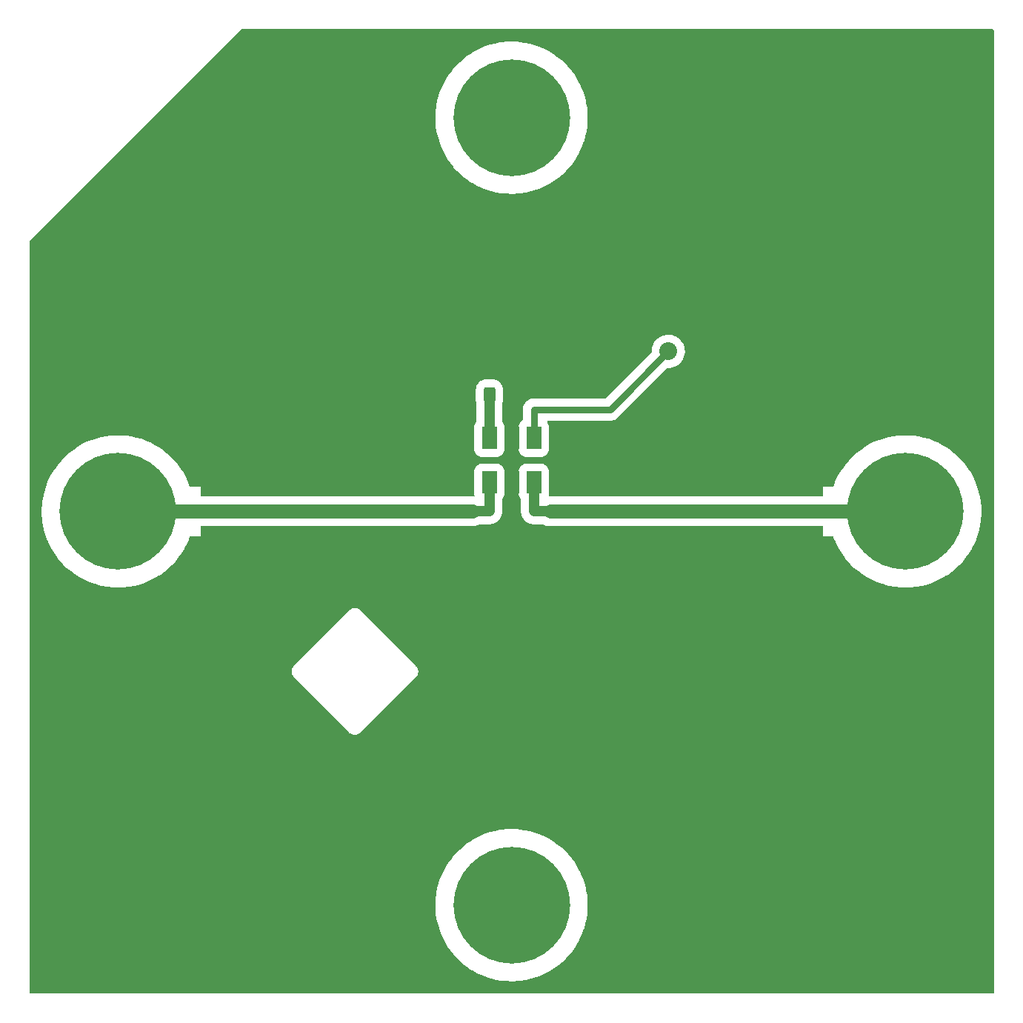
<source format=gbr>
G04 #@! TF.GenerationSoftware,KiCad,Pcbnew,6.0.4-6f826c9f35~116~ubuntu20.04.1*
G04 #@! TF.CreationDate,2022-04-28T21:29:12-04:00*
G04 #@! TF.ProjectId,LWA Active Test 2022,4c574120-4163-4746-9976-652054657374,1.1*
G04 #@! TF.SameCoordinates,Original*
G04 #@! TF.FileFunction,Copper,L1,Top*
G04 #@! TF.FilePolarity,Positive*
%FSLAX46Y46*%
G04 Gerber Fmt 4.6, Leading zero omitted, Abs format (unit mm)*
G04 Created by KiCad (PCBNEW 6.0.4-6f826c9f35~116~ubuntu20.04.1) date 2022-04-28 21:29:12*
%MOMM*%
%LPD*%
G01*
G04 APERTURE LIST*
G04 Aperture macros list*
%AMRoundRect*
0 Rectangle with rounded corners*
0 $1 Rounding radius*
0 $2 $3 $4 $5 $6 $7 $8 $9 X,Y pos of 4 corners*
0 Add a 4 corners polygon primitive as box body*
4,1,4,$2,$3,$4,$5,$6,$7,$8,$9,$2,$3,0*
0 Add four circle primitives for the rounded corners*
1,1,$1+$1,$2,$3*
1,1,$1+$1,$4,$5*
1,1,$1+$1,$6,$7*
1,1,$1+$1,$8,$9*
0 Add four rect primitives between the rounded corners*
20,1,$1+$1,$2,$3,$4,$5,0*
20,1,$1+$1,$4,$5,$6,$7,0*
20,1,$1+$1,$6,$7,$8,$9,0*
20,1,$1+$1,$8,$9,$2,$3,0*%
G04 Aperture macros list end*
G04 #@! TA.AperFunction,ComponentPad*
%ADD10C,13.335000*%
G04 #@! TD*
G04 #@! TA.AperFunction,SMDPad,CuDef*
%ADD11R,1.651000X2.540000*%
G04 #@! TD*
G04 #@! TA.AperFunction,SMDPad,CuDef*
%ADD12R,3.450001X3.450001*%
G04 #@! TD*
G04 #@! TA.AperFunction,ComponentPad*
%ADD13C,7.620000*%
G04 #@! TD*
G04 #@! TA.AperFunction,SMDPad,CuDef*
%ADD14RoundRect,0.250000X0.400000X0.625000X-0.400000X0.625000X-0.400000X-0.625000X0.400000X-0.625000X0*%
G04 #@! TD*
G04 #@! TA.AperFunction,ComponentPad*
%ADD15C,2.032000*%
G04 #@! TD*
G04 #@! TA.AperFunction,ViaPad*
%ADD16C,1.270000*%
G04 #@! TD*
G04 #@! TA.AperFunction,ViaPad*
%ADD17C,0.762000*%
G04 #@! TD*
G04 #@! TA.AperFunction,Conductor*
%ADD18C,1.600200*%
G04 #@! TD*
G04 #@! TA.AperFunction,Conductor*
%ADD19C,1.143000*%
G04 #@! TD*
G04 #@! TA.AperFunction,Conductor*
%ADD20C,0.762000*%
G04 #@! TD*
G04 APERTURE END LIST*
D10*
G04 #@! TO.P,FP1,1,Pin_1*
G04 #@! TO.N,Net-(FP1-Pad1)*
X37143588Y-99745800D03*
G04 #@! TD*
G04 #@! TO.P,FP2,1,Pin_1*
G04 #@! TO.N,Net-(H1-Pad6)*
X127143612Y-99745800D03*
G04 #@! TD*
G04 #@! TO.P,FP3,1,Pin_1*
G04 #@! TO.N,unconnected-(FP3-Pad1)*
X82143600Y-54745788D03*
G04 #@! TD*
G04 #@! TO.P,FP4,1,Pin_1*
G04 #@! TO.N,unconnected-(FP4-Pad1)*
X82143600Y-144745812D03*
G04 #@! TD*
D11*
G04 #@! TO.P,H1,1*
G04 #@! TO.N,Net-(H1-Pad1)*
X84683600Y-91363800D03*
G04 #@! TO.P,H1,2*
G04 #@! TO.N,GND*
X82143600Y-91363800D03*
G04 #@! TO.P,H1,3*
G04 #@! TO.N,Net-(H1-Pad3)*
X79603600Y-91363800D03*
G04 #@! TO.P,H1,4*
G04 #@! TO.N,Net-(FP1-Pad1)*
X79603600Y-96443800D03*
G04 #@! TO.P,H1,5*
G04 #@! TO.N,GND*
X82143600Y-96443800D03*
G04 #@! TO.P,H1,6*
G04 #@! TO.N,Net-(H1-Pad6)*
X84683600Y-96443800D03*
G04 #@! TD*
D12*
G04 #@! TO.P,TP2,1,1*
G04 #@! TO.N,GND*
X125069600Y-61264800D03*
G04 #@! TD*
D13*
G04 #@! TO.P,MH1,1*
G04 #@! TO.N,GND*
X107769228Y-125371428D03*
G04 #@! TD*
G04 #@! TO.P,MH2,1*
G04 #@! TO.N,GND*
X56517972Y-74120172D03*
G04 #@! TD*
D14*
G04 #@! TO.P,R3,1*
G04 #@! TO.N,GND*
X82703600Y-86410800D03*
G04 #@! TO.P,R3,2*
G04 #@! TO.N,Net-(H1-Pad3)*
X79603600Y-86410800D03*
G04 #@! TD*
D15*
G04 #@! TO.P,S3,1,In*
G04 #@! TO.N,Net-(H1-Pad1)*
X100050600Y-81457800D03*
G04 #@! TO.P,S3,2,Ext*
G04 #@! TO.N,GND*
X100050600Y-77865698D03*
X103642702Y-81457800D03*
X100050600Y-85049902D03*
X96458498Y-81457800D03*
G04 #@! TD*
D16*
G04 #@! TO.N,GND*
X82143600Y-99745800D03*
X91668600Y-134162800D03*
X110718600Y-102285800D03*
X73380600Y-129844800D03*
X82143600Y-88950800D03*
X72618600Y-120065800D03*
D17*
X114018448Y-103867626D03*
X114018447Y-105817626D03*
X114018447Y-105167626D03*
X114018447Y-104517626D03*
D16*
X82578600Y-84378800D03*
X87245620Y-127050800D03*
X84429600Y-124851840D03*
X90045600Y-125085760D03*
X98780600Y-121783754D03*
X98780600Y-125095000D03*
X89509600Y-131368800D03*
X74523600Y-81965800D03*
X130629770Y-78545650D03*
X46583600Y-64185800D03*
X123751230Y-120945950D03*
X103098600Y-89027000D03*
X43789600Y-70281800D03*
X103733600Y-97205800D03*
X68681600Y-106095800D03*
X95605600Y-106095800D03*
X99288600Y-67208400D03*
X70205600Y-102412800D03*
X64363600Y-93395800D03*
X87096600Y-93903800D03*
X48869600Y-66852800D03*
X100711000Y-74193400D03*
X49631600Y-84632800D03*
X51981100Y-47502810D03*
X109067600Y-81838800D03*
X44678600Y-138480800D03*
X53568600Y-97205800D03*
X60553600Y-102285800D03*
X116433600Y-130225800D03*
X53568600Y-102285800D03*
X61061600Y-107873800D03*
X40868600Y-58724800D03*
X113385600Y-74472800D03*
X115163600Y-66725800D03*
X112306100Y-47502820D03*
X98145600Y-104902000D03*
X52298600Y-107797600D03*
X60943450Y-141353430D03*
X64363600Y-89585800D03*
X40535970Y-120945950D03*
X29900610Y-129908300D03*
X99110800Y-89738200D03*
X110718600Y-97205800D03*
X36423600Y-140893800D03*
X84988400Y-83464400D03*
X88265000Y-77444600D03*
X123751230Y-78545650D03*
X87223600Y-103886000D03*
X102209600Y-58089800D03*
X77190600Y-93903800D03*
X60299600Y-80695800D03*
X78714600Y-132892800D03*
X66141600Y-104902000D03*
X49758600Y-116890800D03*
X85953600Y-113436400D03*
X87223600Y-107365800D03*
X29900620Y-69583300D03*
X93065600Y-78155800D03*
X53949600Y-89077800D03*
X134386590Y-69583300D03*
X97383600Y-92125800D03*
X53568600Y-124510800D03*
X77063600Y-103886000D03*
X52044600Y-153085800D03*
X111277400Y-110236000D03*
X74523600Y-87045800D03*
X117703600Y-64185800D03*
X103343750Y-141353430D03*
X93776800Y-93776800D03*
X89636600Y-135305800D03*
X101803200Y-69697600D03*
X98145600Y-94742000D03*
X82143600Y-66725800D03*
X62458600Y-53390800D03*
X61823600Y-132130800D03*
X102463600Y-133400800D03*
X103733600Y-102285800D03*
X117703600Y-135305800D03*
X77063600Y-107365800D03*
X62357000Y-66497200D03*
X118465600Y-81711800D03*
X78968600Y-113436400D03*
X40535970Y-78545650D03*
X94081600Y-97078800D03*
X116433600Y-69265800D03*
X134386580Y-129908300D03*
X111277400Y-89255600D03*
X66141600Y-94742000D03*
X60553600Y-97205800D03*
X115163600Y-132765800D03*
X61061600Y-91770200D03*
X74523600Y-78409800D03*
X124790200Y-142163800D03*
X46583600Y-135305800D03*
X94462600Y-129590800D03*
X112306100Y-151988790D03*
X113893600Y-119430800D03*
X100558600Y-112369600D03*
X124799820Y-57089580D03*
G04 #@! TD*
D18*
G04 #@! TO.N,Net-(H1-Pad6)*
X127143612Y-99745800D02*
X86588600Y-99745800D01*
G04 #@! TO.N,Net-(FP1-Pad1)*
X77698600Y-99745800D02*
X37143588Y-99745800D01*
D19*
G04 #@! TO.N,GND*
X82578600Y-86410800D02*
X82578600Y-84378800D01*
X82143600Y-91363800D02*
X82143600Y-88950800D01*
X82143600Y-99745800D02*
X82143600Y-96443800D01*
D20*
G04 #@! TO.N,Net-(H1-Pad1)*
X84683600Y-91363800D02*
X84683600Y-88108610D01*
X93399790Y-88108610D02*
X100050600Y-81457800D01*
X84683600Y-88108610D02*
X93399790Y-88108610D01*
D19*
G04 #@! TO.N,Net-(H1-Pad3)*
X79603600Y-91363800D02*
X79603600Y-86410800D01*
G04 #@! TO.N,Net-(FP1-Pad1)*
X79603600Y-99745800D02*
X77825600Y-99745800D01*
X79603600Y-96443800D02*
X79603600Y-99745800D01*
G04 #@! TO.N,Net-(H1-Pad6)*
X84683600Y-99745800D02*
X84683600Y-96443800D01*
X86461600Y-99745800D02*
X84683600Y-99745800D01*
G04 #@! TD*
G04 #@! TA.AperFunction,Conductor*
G04 #@! TO.N,GND*
G36*
X117703600Y-98056200D02*
G01*
X86523238Y-98056200D01*
X86511665Y-98057080D01*
X86442226Y-98042306D01*
X86391795Y-97992334D01*
X86376387Y-97923029D01*
X86380399Y-97898834D01*
X86390993Y-97859296D01*
X86390994Y-97859292D01*
X86392488Y-97853715D01*
X86398600Y-97776058D01*
X86398600Y-95111542D01*
X86392488Y-95033885D01*
X86344094Y-94853276D01*
X86259207Y-94686675D01*
X86141536Y-94541364D01*
X85996225Y-94423693D01*
X85829624Y-94338806D01*
X85823250Y-94337098D01*
X85654592Y-94291906D01*
X85654588Y-94291905D01*
X85649015Y-94290412D01*
X85637634Y-94289516D01*
X85573814Y-94284493D01*
X85573806Y-94284493D01*
X85571358Y-94284300D01*
X83795842Y-94284300D01*
X83793394Y-94284493D01*
X83793386Y-94284493D01*
X83729566Y-94289516D01*
X83718185Y-94290412D01*
X83712612Y-94291905D01*
X83712608Y-94291906D01*
X83543950Y-94337098D01*
X83537576Y-94338806D01*
X83370975Y-94423693D01*
X83225664Y-94541364D01*
X83107993Y-94686675D01*
X83023106Y-94853276D01*
X82974712Y-95033885D01*
X82968600Y-95111542D01*
X82968600Y-97776058D01*
X82974712Y-97853715D01*
X82976205Y-97859288D01*
X82976206Y-97859292D01*
X83005486Y-97968565D01*
X83023106Y-98034324D01*
X83107993Y-98200925D01*
X83112146Y-98206054D01*
X83112147Y-98206055D01*
X83194520Y-98307776D01*
X83221846Y-98373304D01*
X83222600Y-98387071D01*
X83222600Y-99729726D01*
X83222591Y-99731265D01*
X83221354Y-99832543D01*
X83221164Y-99848063D01*
X83230953Y-99912030D01*
X83231976Y-99920746D01*
X83237278Y-99985237D01*
X83238537Y-99990250D01*
X83238539Y-99990261D01*
X83248310Y-100029156D01*
X83250657Y-100040797D01*
X83255104Y-100069857D01*
X83257504Y-100085544D01*
X83277604Y-100147040D01*
X83280042Y-100155484D01*
X83295806Y-100218244D01*
X83297868Y-100222987D01*
X83297870Y-100222992D01*
X83313859Y-100259762D01*
X83318066Y-100270836D01*
X83332142Y-100313901D01*
X83362027Y-100371309D01*
X83365803Y-100379228D01*
X83391603Y-100438563D01*
X83394413Y-100442907D01*
X83394418Y-100442916D01*
X83416196Y-100476580D01*
X83422167Y-100486838D01*
X83435390Y-100512238D01*
X83443075Y-100527000D01*
X83446181Y-100531137D01*
X83446183Y-100531140D01*
X83481921Y-100578739D01*
X83486953Y-100585952D01*
X83522098Y-100640277D01*
X83525578Y-100644102D01*
X83525580Y-100644104D01*
X83552572Y-100673767D01*
X83560138Y-100682913D01*
X83587323Y-100719120D01*
X83591055Y-100722687D01*
X83591060Y-100722692D01*
X83634096Y-100763818D01*
X83640236Y-100770110D01*
X83683786Y-100817970D01*
X83687843Y-100821174D01*
X83719323Y-100846036D01*
X83728281Y-100853823D01*
X83744435Y-100869260D01*
X83761012Y-100885101D01*
X83765281Y-100888013D01*
X83814465Y-100921564D01*
X83821553Y-100926771D01*
X83847774Y-100947479D01*
X83872324Y-100966868D01*
X83901940Y-100983217D01*
X83911963Y-100988750D01*
X83922071Y-100994969D01*
X83959478Y-101020486D01*
X83964168Y-101022663D01*
X83964175Y-101022667D01*
X84018165Y-101047728D01*
X84026006Y-101051705D01*
X84082650Y-101082974D01*
X84125344Y-101098093D01*
X84136311Y-101102569D01*
X84177390Y-101121637D01*
X84182368Y-101123017D01*
X84182372Y-101123019D01*
X84239740Y-101138928D01*
X84248128Y-101141573D01*
X84304246Y-101161446D01*
X84304249Y-101161447D01*
X84309115Y-101163170D01*
X84349079Y-101170289D01*
X84353688Y-101171110D01*
X84365262Y-101173739D01*
X84408898Y-101185840D01*
X84414028Y-101186388D01*
X84414032Y-101186389D01*
X84455884Y-101190861D01*
X84473238Y-101192715D01*
X84481941Y-101193955D01*
X84501412Y-101197423D01*
X84540550Y-101204395D01*
X84540552Y-101204395D01*
X84545637Y-101205301D01*
X84590929Y-101205855D01*
X84598342Y-101206296D01*
X84598344Y-101206265D01*
X84601687Y-101206443D01*
X84605028Y-101206800D01*
X84667526Y-101206800D01*
X84669065Y-101206809D01*
X84780694Y-101208173D01*
X84780696Y-101208173D01*
X84785863Y-101208236D01*
X84790976Y-101207454D01*
X84795929Y-101207107D01*
X84804722Y-101206800D01*
X85705435Y-101206800D01*
X85764102Y-101221292D01*
X85911368Y-101298773D01*
X85911375Y-101298776D01*
X85915604Y-101301001D01*
X86158589Y-101384905D01*
X86275469Y-101406251D01*
X86407498Y-101430364D01*
X86407502Y-101430364D01*
X86411469Y-101431089D01*
X86493728Y-101435400D01*
X117703600Y-101435400D01*
X117703600Y-135305800D01*
X46583600Y-135305800D01*
X46583600Y-118080610D01*
X56993426Y-118080610D01*
X56994458Y-118087125D01*
X56999726Y-118120384D01*
X57001104Y-118133502D01*
X57003211Y-118173715D01*
X57004922Y-118180100D01*
X57013633Y-118212609D01*
X57016376Y-118225511D01*
X57022676Y-118265288D01*
X57037113Y-118302898D01*
X57041179Y-118315411D01*
X57051606Y-118354324D01*
X57066919Y-118384378D01*
X57069891Y-118390212D01*
X57075253Y-118402257D01*
X57089684Y-118439849D01*
X57093279Y-118445384D01*
X57093280Y-118445387D01*
X57111616Y-118473622D01*
X57118208Y-118485040D01*
X57133495Y-118515042D01*
X57136493Y-118520925D01*
X57156427Y-118545542D01*
X57161841Y-118552228D01*
X57169590Y-118562895D01*
X57187921Y-118591122D01*
X57187926Y-118591128D01*
X57191521Y-118596664D01*
X63673736Y-125078879D01*
X63679272Y-125082474D01*
X63679278Y-125082479D01*
X63707505Y-125100810D01*
X63718172Y-125108559D01*
X63749475Y-125133907D01*
X63785358Y-125152190D01*
X63796779Y-125158784D01*
X63830551Y-125180716D01*
X63864117Y-125193601D01*
X63868140Y-125195145D01*
X63880187Y-125200509D01*
X63910185Y-125215794D01*
X63910194Y-125215797D01*
X63916075Y-125218794D01*
X63922453Y-125220503D01*
X63922456Y-125220504D01*
X63954976Y-125229217D01*
X63967506Y-125233288D01*
X64005112Y-125247724D01*
X64011637Y-125248757D01*
X64011639Y-125248758D01*
X64028262Y-125251390D01*
X64044890Y-125254024D01*
X64057789Y-125256766D01*
X64090306Y-125265479D01*
X64090308Y-125265479D01*
X64096685Y-125267188D01*
X64103274Y-125267533D01*
X64103278Y-125267534D01*
X64133345Y-125269109D01*
X64136891Y-125269295D01*
X64150007Y-125270673D01*
X64183273Y-125275942D01*
X64183275Y-125275942D01*
X64189790Y-125276974D01*
X64196378Y-125276629D01*
X64196383Y-125276629D01*
X64230009Y-125274867D01*
X64243194Y-125274867D01*
X64276817Y-125276629D01*
X64276822Y-125276629D01*
X64283410Y-125276974D01*
X64323188Y-125270674D01*
X64336302Y-125269296D01*
X64353108Y-125268415D01*
X64369913Y-125267535D01*
X64369914Y-125267535D01*
X64376515Y-125267189D01*
X64415412Y-125256766D01*
X64428311Y-125254024D01*
X64461566Y-125248757D01*
X64468088Y-125247724D01*
X64505698Y-125233287D01*
X64518211Y-125229221D01*
X64557124Y-125218794D01*
X64593012Y-125200509D01*
X64605057Y-125195147D01*
X64636480Y-125183084D01*
X64642649Y-125180716D01*
X64648184Y-125177121D01*
X64648187Y-125177120D01*
X64676422Y-125158784D01*
X64687840Y-125152192D01*
X64717842Y-125136905D01*
X64717845Y-125136903D01*
X64723725Y-125133907D01*
X64755028Y-125108559D01*
X64765695Y-125100810D01*
X64793922Y-125082479D01*
X64793928Y-125082474D01*
X64799464Y-125078879D01*
X71281679Y-118596664D01*
X71285274Y-118591128D01*
X71285279Y-118591122D01*
X71303610Y-118562895D01*
X71311359Y-118552228D01*
X71332553Y-118526055D01*
X71332554Y-118526054D01*
X71336707Y-118520925D01*
X71354991Y-118485040D01*
X71361584Y-118473621D01*
X71379918Y-118445389D01*
X71383516Y-118439849D01*
X71397946Y-118402257D01*
X71403309Y-118390213D01*
X71418594Y-118360215D01*
X71418598Y-118360205D01*
X71421594Y-118354325D01*
X71432017Y-118315424D01*
X71436088Y-118302894D01*
X71450524Y-118265288D01*
X71456824Y-118225510D01*
X71459566Y-118212611D01*
X71468279Y-118180094D01*
X71468279Y-118180092D01*
X71469988Y-118173715D01*
X71472095Y-118133509D01*
X71473473Y-118120393D01*
X71478742Y-118087127D01*
X71478742Y-118087125D01*
X71479774Y-118080610D01*
X71479429Y-118074021D01*
X71479429Y-118074016D01*
X71477667Y-118040392D01*
X71477667Y-118027208D01*
X71479429Y-117993584D01*
X71479429Y-117993579D01*
X71479774Y-117986990D01*
X71473473Y-117947206D01*
X71472095Y-117934090D01*
X71470334Y-117900478D01*
X71470333Y-117900474D01*
X71469988Y-117893885D01*
X71468277Y-117887500D01*
X71459566Y-117854989D01*
X71456823Y-117842085D01*
X71451558Y-117808839D01*
X71451557Y-117808834D01*
X71450524Y-117802312D01*
X71436088Y-117764706D01*
X71432017Y-117752176D01*
X71423304Y-117719656D01*
X71423303Y-117719653D01*
X71421594Y-117713275D01*
X71418597Y-117707394D01*
X71418594Y-117707385D01*
X71403309Y-117677387D01*
X71397945Y-117665340D01*
X71385883Y-117633918D01*
X71383516Y-117627751D01*
X71361583Y-117593978D01*
X71354990Y-117582558D01*
X71339703Y-117552556D01*
X71336707Y-117546675D01*
X71311359Y-117515372D01*
X71303610Y-117504705D01*
X71285279Y-117476478D01*
X71285274Y-117476472D01*
X71281679Y-117470936D01*
X64799464Y-110988721D01*
X64793928Y-110985126D01*
X64793922Y-110985121D01*
X64765695Y-110966790D01*
X64755028Y-110959041D01*
X64748342Y-110953627D01*
X64723725Y-110933693D01*
X64717845Y-110930697D01*
X64717842Y-110930695D01*
X64687840Y-110915408D01*
X64676422Y-110908816D01*
X64648187Y-110890480D01*
X64648184Y-110890479D01*
X64642649Y-110886884D01*
X64605057Y-110872453D01*
X64593012Y-110867091D01*
X64587178Y-110864119D01*
X64557124Y-110848806D01*
X64518211Y-110838379D01*
X64505698Y-110834313D01*
X64468088Y-110819876D01*
X64461560Y-110818842D01*
X64428311Y-110813576D01*
X64415412Y-110810834D01*
X64376515Y-110800411D01*
X64369914Y-110800065D01*
X64369913Y-110800065D01*
X64353108Y-110799184D01*
X64336302Y-110798304D01*
X64323188Y-110796926D01*
X64283410Y-110790626D01*
X64276822Y-110790971D01*
X64276817Y-110790971D01*
X64243194Y-110792733D01*
X64230009Y-110792733D01*
X64196383Y-110790971D01*
X64196378Y-110790971D01*
X64189790Y-110790626D01*
X64183275Y-110791658D01*
X64183273Y-110791658D01*
X64150007Y-110796927D01*
X64136891Y-110798305D01*
X64133345Y-110798491D01*
X64103278Y-110800066D01*
X64103274Y-110800067D01*
X64096685Y-110800412D01*
X64090308Y-110802121D01*
X64090306Y-110802121D01*
X64057789Y-110810834D01*
X64044890Y-110813576D01*
X64028262Y-110816209D01*
X64011639Y-110818842D01*
X64011637Y-110818843D01*
X64005112Y-110819876D01*
X63967506Y-110834312D01*
X63954976Y-110838383D01*
X63922456Y-110847096D01*
X63922453Y-110847097D01*
X63916075Y-110848806D01*
X63910194Y-110851803D01*
X63910185Y-110851806D01*
X63880187Y-110867091D01*
X63868139Y-110872455D01*
X63830551Y-110886884D01*
X63825011Y-110890482D01*
X63796779Y-110908816D01*
X63785358Y-110915410D01*
X63749475Y-110933693D01*
X63744346Y-110937846D01*
X63744345Y-110937847D01*
X63718172Y-110959041D01*
X63707505Y-110966790D01*
X63679278Y-110985121D01*
X63679272Y-110985126D01*
X63673736Y-110988721D01*
X57191521Y-117470936D01*
X57187926Y-117476472D01*
X57187921Y-117476478D01*
X57169590Y-117504705D01*
X57161841Y-117515372D01*
X57136493Y-117546675D01*
X57133497Y-117552555D01*
X57133495Y-117552558D01*
X57118208Y-117582560D01*
X57111616Y-117593978D01*
X57093282Y-117622211D01*
X57089684Y-117627751D01*
X57087317Y-117633918D01*
X57087316Y-117633920D01*
X57075253Y-117665343D01*
X57069891Y-117677388D01*
X57051606Y-117713276D01*
X57041179Y-117752189D01*
X57037113Y-117764702D01*
X57022676Y-117802312D01*
X57021643Y-117808834D01*
X57016376Y-117842089D01*
X57013634Y-117854988D01*
X57003211Y-117893885D01*
X57002866Y-117900478D01*
X57002865Y-117900487D01*
X57001104Y-117934097D01*
X56999727Y-117947207D01*
X56993426Y-117986990D01*
X56993771Y-117993579D01*
X56993771Y-117993584D01*
X56995533Y-118027208D01*
X56995533Y-118040392D01*
X56993771Y-118074016D01*
X56993771Y-118074021D01*
X56993426Y-118080610D01*
X46583600Y-118080610D01*
X46583600Y-101435400D01*
X77763962Y-101435400D01*
X77766341Y-101435219D01*
X77766342Y-101435219D01*
X77950155Y-101421237D01*
X77950160Y-101421236D01*
X77954922Y-101420874D01*
X77959575Y-101419795D01*
X77959578Y-101419795D01*
X78200682Y-101363910D01*
X78200681Y-101363910D01*
X78205346Y-101362829D01*
X78444109Y-101267572D01*
X78517922Y-101224179D01*
X78581778Y-101206800D01*
X79587526Y-101206800D01*
X79589065Y-101206809D01*
X79700693Y-101208173D01*
X79700695Y-101208173D01*
X79705863Y-101208236D01*
X79710972Y-101207454D01*
X79710975Y-101207454D01*
X79731324Y-101204340D01*
X79769830Y-101198447D01*
X79778546Y-101197424D01*
X79843037Y-101192122D01*
X79848050Y-101190863D01*
X79848061Y-101190861D01*
X79883583Y-101181937D01*
X79886958Y-101181090D01*
X79898592Y-101178744D01*
X79916139Y-101176059D01*
X79938229Y-101172679D01*
X79938232Y-101172678D01*
X79943344Y-101171896D01*
X80004845Y-101151795D01*
X80013284Y-101149358D01*
X80076044Y-101133594D01*
X80080787Y-101131532D01*
X80080792Y-101131530D01*
X80108552Y-101119459D01*
X80117568Y-101115539D01*
X80128636Y-101111334D01*
X80171701Y-101097258D01*
X80229109Y-101067373D01*
X80237028Y-101063597D01*
X80251264Y-101057407D01*
X80296363Y-101037797D01*
X80300707Y-101034987D01*
X80300716Y-101034982D01*
X80334380Y-101013204D01*
X80344638Y-101007233D01*
X80380211Y-100988714D01*
X80384800Y-100986325D01*
X80399885Y-100974999D01*
X80436539Y-100947479D01*
X80443752Y-100942447D01*
X80493731Y-100910114D01*
X80493734Y-100910111D01*
X80498077Y-100907302D01*
X80531568Y-100876827D01*
X80540715Y-100869260D01*
X80572786Y-100845181D01*
X80572787Y-100845180D01*
X80576920Y-100842077D01*
X80580487Y-100838345D01*
X80580492Y-100838340D01*
X80621618Y-100795304D01*
X80627911Y-100789163D01*
X80633129Y-100784415D01*
X80675770Y-100745614D01*
X80696694Y-100719120D01*
X80703836Y-100710077D01*
X80711623Y-100701119D01*
X80739329Y-100672126D01*
X80739330Y-100672125D01*
X80742901Y-100668388D01*
X80763108Y-100638765D01*
X80779364Y-100614935D01*
X80784571Y-100607847D01*
X80821465Y-100561132D01*
X80821466Y-100561130D01*
X80824668Y-100557076D01*
X80846550Y-100517437D01*
X80852769Y-100507329D01*
X80875368Y-100474199D01*
X80878286Y-100469922D01*
X80880463Y-100465232D01*
X80880467Y-100465225D01*
X80905528Y-100411235D01*
X80909506Y-100403393D01*
X80940774Y-100346750D01*
X80955893Y-100304056D01*
X80960370Y-100293087D01*
X80979437Y-100252010D01*
X80987485Y-100222992D01*
X80996728Y-100189660D01*
X80999373Y-100181272D01*
X81019246Y-100125154D01*
X81019247Y-100125151D01*
X81020970Y-100120285D01*
X81028910Y-100075712D01*
X81031539Y-100064138D01*
X81042260Y-100025477D01*
X81043640Y-100020502D01*
X81047409Y-99985237D01*
X81050515Y-99956165D01*
X81051755Y-99947456D01*
X81062195Y-99888850D01*
X81062195Y-99888848D01*
X81063101Y-99883763D01*
X81063655Y-99838471D01*
X81064096Y-99831058D01*
X81064065Y-99831056D01*
X81064243Y-99827713D01*
X81064600Y-99824372D01*
X81064600Y-99761874D01*
X81064609Y-99760335D01*
X81065973Y-99648706D01*
X81065973Y-99648704D01*
X81066036Y-99643537D01*
X81065254Y-99638424D01*
X81064907Y-99633471D01*
X81064600Y-99624678D01*
X81064600Y-98387071D01*
X81084602Y-98318950D01*
X81092680Y-98307776D01*
X81175053Y-98206055D01*
X81175054Y-98206054D01*
X81179207Y-98200925D01*
X81264094Y-98034324D01*
X81281714Y-97968565D01*
X81310994Y-97859292D01*
X81310995Y-97859288D01*
X81312488Y-97853715D01*
X81318600Y-97776058D01*
X81318600Y-95111542D01*
X81312488Y-95033885D01*
X81264094Y-94853276D01*
X81179207Y-94686675D01*
X81061536Y-94541364D01*
X80916225Y-94423693D01*
X80749624Y-94338806D01*
X80743250Y-94337098D01*
X80574592Y-94291906D01*
X80574588Y-94291905D01*
X80569015Y-94290412D01*
X80557634Y-94289516D01*
X80493814Y-94284493D01*
X80493806Y-94284493D01*
X80491358Y-94284300D01*
X78715842Y-94284300D01*
X78713394Y-94284493D01*
X78713386Y-94284493D01*
X78649566Y-94289516D01*
X78638185Y-94290412D01*
X78632612Y-94291905D01*
X78632608Y-94291906D01*
X78463950Y-94337098D01*
X78457576Y-94338806D01*
X78290975Y-94423693D01*
X78145664Y-94541364D01*
X78027993Y-94686675D01*
X77943106Y-94853276D01*
X77894712Y-95033885D01*
X77888600Y-95111542D01*
X77888600Y-97776058D01*
X77894712Y-97853715D01*
X77896205Y-97859288D01*
X77896206Y-97859292D01*
X77906468Y-97897589D01*
X77904778Y-97968565D01*
X77864984Y-98027361D01*
X77799720Y-98055309D01*
X77784761Y-98056200D01*
X46583600Y-98056200D01*
X46583600Y-92696058D01*
X77888600Y-92696058D01*
X77894712Y-92773715D01*
X77943106Y-92954324D01*
X78027993Y-93120925D01*
X78145664Y-93266236D01*
X78290975Y-93383907D01*
X78457576Y-93468794D01*
X78463949Y-93470502D01*
X78463950Y-93470502D01*
X78632608Y-93515694D01*
X78632612Y-93515695D01*
X78638185Y-93517188D01*
X78643941Y-93517641D01*
X78713386Y-93523107D01*
X78713394Y-93523107D01*
X78715842Y-93523300D01*
X80491358Y-93523300D01*
X80493806Y-93523107D01*
X80493814Y-93523107D01*
X80563259Y-93517641D01*
X80569015Y-93517188D01*
X80574588Y-93515695D01*
X80574592Y-93515694D01*
X80743250Y-93470502D01*
X80743251Y-93470502D01*
X80749624Y-93468794D01*
X80916225Y-93383907D01*
X81061536Y-93266236D01*
X81179207Y-93120925D01*
X81264094Y-92954324D01*
X81312488Y-92773715D01*
X81318600Y-92696058D01*
X82968600Y-92696058D01*
X82974712Y-92773715D01*
X83023106Y-92954324D01*
X83107993Y-93120925D01*
X83225664Y-93266236D01*
X83370975Y-93383907D01*
X83537576Y-93468794D01*
X83543949Y-93470502D01*
X83543950Y-93470502D01*
X83712608Y-93515694D01*
X83712612Y-93515695D01*
X83718185Y-93517188D01*
X83723941Y-93517641D01*
X83793386Y-93523107D01*
X83793394Y-93523107D01*
X83795842Y-93523300D01*
X85571358Y-93523300D01*
X85573806Y-93523107D01*
X85573814Y-93523107D01*
X85643259Y-93517641D01*
X85649015Y-93517188D01*
X85654588Y-93515695D01*
X85654592Y-93515694D01*
X85823250Y-93470502D01*
X85823251Y-93470502D01*
X85829624Y-93468794D01*
X85996225Y-93383907D01*
X86141536Y-93266236D01*
X86259207Y-93120925D01*
X86344094Y-92954324D01*
X86392488Y-92773715D01*
X86398600Y-92696058D01*
X86398600Y-90031542D01*
X86392488Y-89953885D01*
X86344094Y-89773276D01*
X86259207Y-89606675D01*
X86241173Y-89584405D01*
X86213847Y-89518877D01*
X86226287Y-89448979D01*
X86274541Y-89396902D01*
X86339093Y-89379110D01*
X93307609Y-89379110D01*
X93324056Y-89380188D01*
X93340802Y-89382393D01*
X93340806Y-89382393D01*
X93346372Y-89383126D01*
X93428558Y-89379250D01*
X93434493Y-89379110D01*
X93457325Y-89379110D01*
X93460111Y-89378861D01*
X93460119Y-89378861D01*
X93483603Y-89376765D01*
X93488867Y-89376406D01*
X93546898Y-89373669D01*
X93572913Y-89372442D01*
X93578372Y-89371192D01*
X93578377Y-89371191D01*
X93590645Y-89368381D01*
X93607576Y-89365700D01*
X93612153Y-89365292D01*
X93625685Y-89364084D01*
X93706842Y-89341882D01*
X93711961Y-89340596D01*
X93735345Y-89335240D01*
X93793983Y-89321811D01*
X93799140Y-89319611D01*
X93799147Y-89319609D01*
X93810707Y-89314678D01*
X93826894Y-89309041D01*
X93839021Y-89305723D01*
X93839024Y-89305722D01*
X93844441Y-89304240D01*
X93849504Y-89301825D01*
X93849515Y-89301821D01*
X93920406Y-89268007D01*
X93925208Y-89265838D01*
X94002592Y-89232831D01*
X94017788Y-89222849D01*
X94032716Y-89214437D01*
X94049141Y-89206603D01*
X94053699Y-89203328D01*
X94117479Y-89157497D01*
X94121828Y-89154508D01*
X94188292Y-89110850D01*
X94188293Y-89110849D01*
X94192148Y-89108317D01*
X94213176Y-89089580D01*
X94223476Y-89081329D01*
X94228761Y-89077532D01*
X94228762Y-89077531D01*
X94233316Y-89074259D01*
X94308392Y-88996787D01*
X94309781Y-88995377D01*
X99902913Y-83402246D01*
X99965225Y-83368220D01*
X99989040Y-83365376D01*
X100230381Y-83359689D01*
X100312891Y-83345955D01*
X100492176Y-83316114D01*
X100492180Y-83316113D01*
X100496566Y-83315383D01*
X100500807Y-83314042D01*
X100500810Y-83314041D01*
X100749607Y-83235357D01*
X100749609Y-83235356D01*
X100753853Y-83234014D01*
X100757864Y-83232088D01*
X100757869Y-83232086D01*
X100993089Y-83119135D01*
X100993090Y-83119134D01*
X100997108Y-83117205D01*
X101109925Y-83041823D01*
X101217769Y-82969764D01*
X101217773Y-82969761D01*
X101221477Y-82967286D01*
X101224794Y-82964315D01*
X101224798Y-82964312D01*
X101419167Y-82790221D01*
X101419168Y-82790220D01*
X101422485Y-82787249D01*
X101596119Y-82580686D01*
X101738917Y-82351718D01*
X101848028Y-82104914D01*
X101921275Y-81845198D01*
X101957197Y-81577753D01*
X101960967Y-81457800D01*
X101941909Y-81188627D01*
X101929148Y-81129352D01*
X101886050Y-80929177D01*
X101885113Y-80924825D01*
X101791715Y-80671657D01*
X101663576Y-80434174D01*
X101503254Y-80217116D01*
X101455915Y-80169027D01*
X101317079Y-80027994D01*
X101313948Y-80024813D01*
X101310408Y-80022112D01*
X101310402Y-80022106D01*
X101102975Y-79863803D01*
X101099435Y-79861101D01*
X100863995Y-79729248D01*
X100612325Y-79631885D01*
X100608000Y-79630882D01*
X100607995Y-79630881D01*
X100463485Y-79597386D01*
X100349447Y-79570953D01*
X100080607Y-79547669D01*
X100076172Y-79547913D01*
X100076168Y-79547913D01*
X99815611Y-79562252D01*
X99815604Y-79562253D01*
X99811168Y-79562497D01*
X99546506Y-79615141D01*
X99542296Y-79616619D01*
X99542294Y-79616620D01*
X99393785Y-79668773D01*
X99291902Y-79704552D01*
X99287951Y-79706605D01*
X99287945Y-79706607D01*
X99056386Y-79826892D01*
X99052436Y-79828944D01*
X99048821Y-79831527D01*
X99048815Y-79831531D01*
X98910177Y-79930604D01*
X98832886Y-79985837D01*
X98637633Y-80172099D01*
X98470573Y-80384014D01*
X98335038Y-80617355D01*
X98333370Y-80621472D01*
X98333367Y-80621479D01*
X98314630Y-80667739D01*
X98233733Y-80867464D01*
X98168680Y-81129352D01*
X98141176Y-81397794D01*
X98141351Y-81402246D01*
X98145540Y-81508868D01*
X98128228Y-81577722D01*
X98108732Y-81602910D01*
X92910436Y-86801205D01*
X92848124Y-86835231D01*
X92821341Y-86838110D01*
X84725304Y-86838110D01*
X84718050Y-86837901D01*
X84649137Y-86833927D01*
X84649134Y-86833927D01*
X84643531Y-86833604D01*
X84637953Y-86834279D01*
X84552729Y-86844592D01*
X84548794Y-86845006D01*
X84510271Y-86848444D01*
X84457705Y-86853136D01*
X84452298Y-86854615D01*
X84452293Y-86854616D01*
X84447244Y-86855997D01*
X84429139Y-86859549D01*
X84418381Y-86860851D01*
X84330930Y-86887754D01*
X84327239Y-86888827D01*
X84238949Y-86912980D01*
X84233884Y-86915396D01*
X84233878Y-86915398D01*
X84229161Y-86917648D01*
X84211977Y-86924348D01*
X84201613Y-86927537D01*
X84196628Y-86930110D01*
X84196618Y-86930114D01*
X84120334Y-86969487D01*
X84116790Y-86971246D01*
X84040352Y-87007706D01*
X84034249Y-87010617D01*
X84029700Y-87013886D01*
X84025441Y-87016946D01*
X84009707Y-87026587D01*
X84005076Y-87028977D01*
X84005070Y-87028981D01*
X84000081Y-87031556D01*
X83927512Y-87087240D01*
X83924364Y-87089577D01*
X83854633Y-87139684D01*
X83854626Y-87139690D01*
X83850074Y-87142961D01*
X83842533Y-87150743D01*
X83828756Y-87163018D01*
X83820153Y-87169619D01*
X83791600Y-87200999D01*
X83758604Y-87237261D01*
X83755893Y-87240147D01*
X83696152Y-87301794D01*
X83696145Y-87301802D01*
X83692245Y-87305827D01*
X83689118Y-87310481D01*
X83689116Y-87310483D01*
X83686197Y-87314827D01*
X83674812Y-87329347D01*
X83667519Y-87337362D01*
X83664538Y-87342114D01*
X83664532Y-87342122D01*
X83618917Y-87414839D01*
X83616792Y-87418112D01*
X83565753Y-87494068D01*
X83563500Y-87499201D01*
X83563496Y-87499208D01*
X83561396Y-87503993D01*
X83552760Y-87520303D01*
X83547001Y-87529484D01*
X83544907Y-87534694D01*
X83544903Y-87534701D01*
X83512885Y-87614348D01*
X83511351Y-87617998D01*
X83476847Y-87696598D01*
X83476845Y-87696604D01*
X83474593Y-87701734D01*
X83473284Y-87707188D01*
X83473283Y-87707190D01*
X83472060Y-87712283D01*
X83466450Y-87729861D01*
X83462410Y-87739911D01*
X83461273Y-87745403D01*
X83443864Y-87829462D01*
X83443001Y-87833323D01*
X83421650Y-87922261D01*
X83421026Y-87933089D01*
X83418617Y-87951378D01*
X83416419Y-87961992D01*
X83413100Y-88019554D01*
X83413100Y-88066906D01*
X83412891Y-88074160D01*
X83408594Y-88148679D01*
X83409269Y-88154256D01*
X83412187Y-88178369D01*
X83413100Y-88193507D01*
X83413100Y-89249482D01*
X83393098Y-89317603D01*
X83366394Y-89347402D01*
X83230794Y-89457209D01*
X83230790Y-89457213D01*
X83225664Y-89461364D01*
X83107993Y-89606675D01*
X83023106Y-89773276D01*
X82974712Y-89953885D01*
X82968600Y-90031542D01*
X82968600Y-92696058D01*
X81318600Y-92696058D01*
X81318600Y-90031542D01*
X81312488Y-89953885D01*
X81264094Y-89773276D01*
X81179207Y-89606675D01*
X81092680Y-89499823D01*
X81065354Y-89434296D01*
X81064600Y-89420529D01*
X81064600Y-87481140D01*
X81075448Y-87429994D01*
X81087570Y-87402704D01*
X81106750Y-87322505D01*
X81135087Y-87204020D01*
X81135088Y-87204016D01*
X81136282Y-87199022D01*
X81140301Y-87142961D01*
X81142939Y-87106157D01*
X81142939Y-87106149D01*
X81143100Y-87103907D01*
X81143099Y-85717694D01*
X81135996Y-85620601D01*
X81086928Y-85417005D01*
X81001580Y-85225760D01*
X80998305Y-85221004D01*
X80998303Y-85221000D01*
X80938655Y-85134373D01*
X80882810Y-85053270D01*
X80734594Y-84905313D01*
X80561898Y-84786844D01*
X80370504Y-84701830D01*
X80332035Y-84692630D01*
X80171820Y-84654313D01*
X80171816Y-84654312D01*
X80166822Y-84653118D01*
X80130907Y-84650544D01*
X80073957Y-84646461D01*
X80073949Y-84646461D01*
X80071707Y-84646300D01*
X79607803Y-84646300D01*
X79135494Y-84646301D01*
X79133201Y-84646469D01*
X79133194Y-84646469D01*
X79092831Y-84649422D01*
X79038401Y-84653404D01*
X78834805Y-84702472D01*
X78643560Y-84787820D01*
X78638804Y-84791095D01*
X78638800Y-84791097D01*
X78552173Y-84850745D01*
X78471070Y-84906590D01*
X78323113Y-85054806D01*
X78204644Y-85227502D01*
X78119630Y-85418896D01*
X78070918Y-85622578D01*
X78064100Y-85717693D01*
X78064101Y-87103906D01*
X78071204Y-87200999D01*
X78120272Y-87404595D01*
X78131663Y-87430119D01*
X78142600Y-87481466D01*
X78142600Y-89420529D01*
X78122598Y-89488650D01*
X78114522Y-89499821D01*
X78027993Y-89606675D01*
X77943106Y-89773276D01*
X77894712Y-89953885D01*
X77888600Y-90031542D01*
X77888600Y-92696058D01*
X46583600Y-92696058D01*
X46583600Y-64185800D01*
X117703600Y-64185800D01*
X117703600Y-98056200D01*
G37*
G04 #@! TD.AperFunction*
G04 #@! TD*
G04 #@! TA.AperFunction,Conductor*
G04 #@! TO.N,GND*
G36*
X137203221Y-44648302D02*
G01*
X137249714Y-44701958D01*
X137261100Y-44754300D01*
X137261100Y-154737300D01*
X137241098Y-154805421D01*
X137187442Y-154851914D01*
X137135100Y-154863300D01*
X27152100Y-154863300D01*
X27083979Y-154843298D01*
X27037486Y-154789642D01*
X27026100Y-154737300D01*
X27026100Y-144533133D01*
X73441337Y-144533133D01*
X73446375Y-145110334D01*
X73489654Y-145685931D01*
X73570985Y-146257395D01*
X73690011Y-146822213D01*
X73846208Y-147377900D01*
X74038889Y-147922014D01*
X74039715Y-147923933D01*
X74039717Y-147923937D01*
X74063223Y-147978517D01*
X74267206Y-148452162D01*
X74530157Y-148966012D01*
X74826585Y-149461307D01*
X75155185Y-149935867D01*
X75286088Y-150100434D01*
X75513216Y-150385974D01*
X75513229Y-150385989D01*
X75514515Y-150387606D01*
X75902993Y-150814537D01*
X76318911Y-151214784D01*
X76760441Y-151586587D01*
X77225641Y-151928310D01*
X77469053Y-152083381D01*
X77710700Y-152237328D01*
X77710709Y-152237334D01*
X77712465Y-152238452D01*
X77714288Y-152239450D01*
X77714293Y-152239453D01*
X78216940Y-152514643D01*
X78218774Y-152515647D01*
X78220674Y-152516529D01*
X78220680Y-152516532D01*
X78717245Y-152747030D01*
X78742340Y-152758679D01*
X79280862Y-152966477D01*
X79282847Y-152967095D01*
X79282852Y-152967097D01*
X79515260Y-153039484D01*
X79831971Y-153138128D01*
X79898341Y-153154062D01*
X80391231Y-153272395D01*
X80391246Y-153272398D01*
X80393245Y-153272878D01*
X80395276Y-153273225D01*
X80395285Y-153273227D01*
X80960171Y-153369785D01*
X80960182Y-153369787D01*
X80962215Y-153370134D01*
X81123324Y-153386783D01*
X81534307Y-153429254D01*
X81534314Y-153429254D01*
X81536380Y-153429468D01*
X81538470Y-153429545D01*
X81538475Y-153429545D01*
X81695520Y-153435304D01*
X82113214Y-153450620D01*
X82449421Y-153440642D01*
X82688104Y-153433558D01*
X82688113Y-153433557D01*
X82690183Y-153433496D01*
X82804056Y-153422531D01*
X83262665Y-153378373D01*
X83262678Y-153378371D01*
X83264748Y-153378172D01*
X83549566Y-153331531D01*
X83832321Y-153285228D01*
X83832331Y-153285226D01*
X83834383Y-153284890D01*
X83836414Y-153284417D01*
X83836421Y-153284416D01*
X84012097Y-153243535D01*
X84396584Y-153154062D01*
X84948878Y-152986262D01*
X84950823Y-152985527D01*
X84950832Y-152985524D01*
X85189260Y-152895429D01*
X85488837Y-152782229D01*
X86014087Y-152542858D01*
X86522319Y-152269204D01*
X86761200Y-152119354D01*
X87009516Y-151963586D01*
X87009525Y-151963580D01*
X87011296Y-151962469D01*
X87126526Y-151879057D01*
X87477171Y-151625233D01*
X87477179Y-151625227D01*
X87478871Y-151624002D01*
X87564048Y-151553286D01*
X87921378Y-151256625D01*
X87921393Y-151256612D01*
X87922985Y-151255290D01*
X87924487Y-151253865D01*
X87924499Y-151253854D01*
X88340181Y-150859387D01*
X88341688Y-150857957D01*
X88733137Y-150433748D01*
X89095611Y-149984528D01*
X89427517Y-149512274D01*
X89727395Y-149019061D01*
X89755981Y-148964149D01*
X89992958Y-148508919D01*
X89993927Y-148507058D01*
X89994759Y-148505162D01*
X89994766Y-148505148D01*
X90225104Y-147980421D01*
X90225940Y-147978517D01*
X90247107Y-147920046D01*
X90421704Y-147437727D01*
X90421707Y-147437718D01*
X90422415Y-147435762D01*
X90439693Y-147375903D01*
X90581906Y-146883192D01*
X90581906Y-146883191D01*
X90582487Y-146881179D01*
X90705453Y-146317206D01*
X90790772Y-145746324D01*
X90838069Y-145171042D01*
X90848461Y-144745812D01*
X90829323Y-144168907D01*
X90829115Y-144166820D01*
X90772200Y-143596609D01*
X90772198Y-143596598D01*
X90771993Y-143594539D01*
X90771650Y-143592488D01*
X90677067Y-143027279D01*
X90677064Y-143027266D01*
X90676724Y-143025232D01*
X90628044Y-142819299D01*
X90544413Y-142465518D01*
X90544412Y-142465516D01*
X90543934Y-142463492D01*
X90374208Y-141911786D01*
X90168291Y-141372543D01*
X89927088Y-140848131D01*
X89824468Y-140659127D01*
X89652662Y-140342700D01*
X89651662Y-140340858D01*
X89343221Y-139852954D01*
X89003124Y-139386564D01*
X88632865Y-138943739D01*
X88484506Y-138788490D01*
X88235516Y-138527938D01*
X88235515Y-138527937D01*
X88234072Y-138526427D01*
X87808499Y-138136461D01*
X87358017Y-137775557D01*
X86884607Y-137445301D01*
X86882840Y-137444235D01*
X86882826Y-137444226D01*
X86392139Y-137148225D01*
X86392126Y-137148218D01*
X86390351Y-137147147D01*
X85877421Y-136882404D01*
X85348073Y-136652237D01*
X85346104Y-136651532D01*
X85346099Y-136651530D01*
X84806624Y-136458370D01*
X84806620Y-136458369D01*
X84804635Y-136457658D01*
X84249496Y-136299523D01*
X83685098Y-136178526D01*
X83683034Y-136178225D01*
X83683029Y-136178224D01*
X83116002Y-136095503D01*
X83115989Y-136095502D01*
X83113922Y-136095200D01*
X82844091Y-136073964D01*
X82540540Y-136050074D01*
X82540534Y-136050074D01*
X82538479Y-136049912D01*
X82242846Y-136046300D01*
X81963365Y-136042885D01*
X81963358Y-136042885D01*
X81961299Y-136042860D01*
X81384921Y-136074076D01*
X81382861Y-136074325D01*
X81382853Y-136074326D01*
X81211715Y-136095036D01*
X80811880Y-136143421D01*
X80809825Y-136143809D01*
X80809827Y-136143809D01*
X80246761Y-136250201D01*
X80246754Y-136250203D01*
X80244693Y-136250592D01*
X79685857Y-136395117D01*
X79683892Y-136395767D01*
X79139812Y-136575704D01*
X79139798Y-136575709D01*
X79137827Y-136576361D01*
X79135889Y-136577148D01*
X78604958Y-136792736D01*
X78604942Y-136792743D01*
X78603014Y-136793526D01*
X78601123Y-136794444D01*
X78601119Y-136794446D01*
X78419977Y-136882404D01*
X78083769Y-137045658D01*
X77582376Y-137331647D01*
X77580662Y-137332781D01*
X77580653Y-137332787D01*
X77412288Y-137444226D01*
X77101038Y-137650238D01*
X76641873Y-138000028D01*
X76206899Y-138379480D01*
X75798029Y-138786925D01*
X75796656Y-138788488D01*
X75796654Y-138788490D01*
X75658870Y-138945327D01*
X75417062Y-139220571D01*
X75415776Y-139222247D01*
X75290906Y-139384981D01*
X75065671Y-139678512D01*
X74745402Y-140158735D01*
X74744355Y-140160556D01*
X74458706Y-140657314D01*
X74458700Y-140657326D01*
X74457664Y-140659127D01*
X74203721Y-141177489D01*
X74202930Y-141179418D01*
X74202924Y-141179431D01*
X74124506Y-141370635D01*
X73984691Y-141711541D01*
X73801535Y-142258934D01*
X73655060Y-142817263D01*
X73545910Y-143384072D01*
X73545653Y-143386136D01*
X73545651Y-143386148D01*
X73519695Y-143594539D01*
X73474565Y-143956868D01*
X73441337Y-144533133D01*
X27026100Y-144533133D01*
X27026100Y-99533121D01*
X28441325Y-99533121D01*
X28446363Y-100110322D01*
X28489642Y-100685919D01*
X28532928Y-100990066D01*
X28568817Y-101242231D01*
X28570973Y-101257383D01*
X28689999Y-101822201D01*
X28846196Y-102377888D01*
X29038877Y-102922002D01*
X29039703Y-102923921D01*
X29039705Y-102923925D01*
X29063211Y-102978505D01*
X29267194Y-103452150D01*
X29530145Y-103966000D01*
X29826573Y-104461295D01*
X30155173Y-104935855D01*
X30286076Y-105100422D01*
X30513204Y-105385962D01*
X30513217Y-105385977D01*
X30514503Y-105387594D01*
X30902981Y-105814525D01*
X31318899Y-106214772D01*
X31760429Y-106586575D01*
X32225629Y-106928298D01*
X32469041Y-107083369D01*
X32710688Y-107237316D01*
X32710697Y-107237322D01*
X32712453Y-107238440D01*
X32714276Y-107239438D01*
X32714281Y-107239441D01*
X33216928Y-107514631D01*
X33218762Y-107515635D01*
X33220662Y-107516517D01*
X33220668Y-107516520D01*
X33717233Y-107747018D01*
X33742328Y-107758667D01*
X34280850Y-107966465D01*
X34282835Y-107967083D01*
X34282840Y-107967085D01*
X34515248Y-108039472D01*
X34831959Y-108138116D01*
X34898329Y-108154050D01*
X35391219Y-108272383D01*
X35391234Y-108272386D01*
X35393233Y-108272866D01*
X35395264Y-108273213D01*
X35395273Y-108273215D01*
X35960159Y-108369773D01*
X35960170Y-108369775D01*
X35962203Y-108370122D01*
X36123312Y-108386771D01*
X36534295Y-108429242D01*
X36534302Y-108429242D01*
X36536368Y-108429456D01*
X36538458Y-108429533D01*
X36538463Y-108429533D01*
X36695508Y-108435292D01*
X37113202Y-108450608D01*
X37449409Y-108440630D01*
X37688092Y-108433546D01*
X37688101Y-108433545D01*
X37690171Y-108433484D01*
X37804044Y-108422519D01*
X38262653Y-108378361D01*
X38262666Y-108378359D01*
X38264736Y-108378160D01*
X38549553Y-108331519D01*
X38832309Y-108285216D01*
X38832319Y-108285214D01*
X38834371Y-108284878D01*
X38836402Y-108284405D01*
X38836409Y-108284404D01*
X39012085Y-108243523D01*
X39396572Y-108154050D01*
X39948866Y-107986250D01*
X39950811Y-107985515D01*
X39950820Y-107985512D01*
X40189248Y-107895417D01*
X40488825Y-107782217D01*
X41014075Y-107542846D01*
X41522307Y-107269192D01*
X41761188Y-107119342D01*
X42009504Y-106963574D01*
X42009513Y-106963568D01*
X42011284Y-106962457D01*
X42126514Y-106879045D01*
X42477159Y-106625221D01*
X42477167Y-106625215D01*
X42478859Y-106623990D01*
X42564036Y-106553274D01*
X42921366Y-106256613D01*
X42921381Y-106256600D01*
X42922973Y-106255278D01*
X42924475Y-106253853D01*
X42924487Y-106253842D01*
X43340169Y-105859375D01*
X43341676Y-105857945D01*
X43733125Y-105433736D01*
X44095599Y-104984516D01*
X44427505Y-104512262D01*
X44727383Y-104019049D01*
X44755969Y-103964137D01*
X44992946Y-103508907D01*
X44993915Y-103507046D01*
X44994747Y-103505150D01*
X44994754Y-103505136D01*
X45225092Y-102980409D01*
X45225928Y-102978505D01*
X45247095Y-102920034D01*
X45340678Y-102661512D01*
X45382672Y-102604267D01*
X45448949Y-102578814D01*
X45459154Y-102578400D01*
X46583600Y-102578400D01*
X46583600Y-135305800D01*
X117703600Y-135305800D01*
X117703600Y-102578400D01*
X118828177Y-102578400D01*
X118896298Y-102598402D01*
X118942791Y-102652058D01*
X118946948Y-102662335D01*
X119038901Y-102922002D01*
X119039727Y-102923921D01*
X119039729Y-102923925D01*
X119063235Y-102978505D01*
X119267218Y-103452150D01*
X119530169Y-103966000D01*
X119826597Y-104461295D01*
X120155197Y-104935855D01*
X120286100Y-105100422D01*
X120513228Y-105385962D01*
X120513241Y-105385977D01*
X120514527Y-105387594D01*
X120903005Y-105814525D01*
X121318923Y-106214772D01*
X121760453Y-106586575D01*
X122225653Y-106928298D01*
X122469065Y-107083369D01*
X122710712Y-107237316D01*
X122710721Y-107237322D01*
X122712477Y-107238440D01*
X122714300Y-107239438D01*
X122714305Y-107239441D01*
X123216952Y-107514631D01*
X123218786Y-107515635D01*
X123220686Y-107516517D01*
X123220692Y-107516520D01*
X123717257Y-107747018D01*
X123742352Y-107758667D01*
X124280874Y-107966465D01*
X124282859Y-107967083D01*
X124282864Y-107967085D01*
X124515272Y-108039472D01*
X124831983Y-108138116D01*
X124898353Y-108154050D01*
X125391243Y-108272383D01*
X125391258Y-108272386D01*
X125393257Y-108272866D01*
X125395288Y-108273213D01*
X125395297Y-108273215D01*
X125960183Y-108369773D01*
X125960194Y-108369775D01*
X125962227Y-108370122D01*
X126123336Y-108386771D01*
X126534319Y-108429242D01*
X126534326Y-108429242D01*
X126536392Y-108429456D01*
X126538482Y-108429533D01*
X126538487Y-108429533D01*
X126695532Y-108435292D01*
X127113226Y-108450608D01*
X127449433Y-108440630D01*
X127688116Y-108433546D01*
X127688125Y-108433545D01*
X127690195Y-108433484D01*
X127804068Y-108422519D01*
X128262677Y-108378361D01*
X128262690Y-108378359D01*
X128264760Y-108378160D01*
X128549577Y-108331519D01*
X128832333Y-108285216D01*
X128832343Y-108285214D01*
X128834395Y-108284878D01*
X128836426Y-108284405D01*
X128836433Y-108284404D01*
X129012109Y-108243523D01*
X129396596Y-108154050D01*
X129948890Y-107986250D01*
X129950835Y-107985515D01*
X129950844Y-107985512D01*
X130189272Y-107895417D01*
X130488849Y-107782217D01*
X131014099Y-107542846D01*
X131522331Y-107269192D01*
X131761212Y-107119342D01*
X132009528Y-106963574D01*
X132009537Y-106963568D01*
X132011308Y-106962457D01*
X132126538Y-106879045D01*
X132477183Y-106625221D01*
X132477191Y-106625215D01*
X132478883Y-106623990D01*
X132564060Y-106553274D01*
X132921390Y-106256613D01*
X132921405Y-106256600D01*
X132922997Y-106255278D01*
X132924499Y-106253853D01*
X132924511Y-106253842D01*
X133340193Y-105859375D01*
X133341700Y-105857945D01*
X133733149Y-105433736D01*
X134095623Y-104984516D01*
X134427529Y-104512262D01*
X134727407Y-104019049D01*
X134755993Y-103964137D01*
X134992970Y-103508907D01*
X134993939Y-103507046D01*
X134994771Y-103505150D01*
X134994778Y-103505136D01*
X135225116Y-102980409D01*
X135225952Y-102978505D01*
X135247119Y-102920034D01*
X135421716Y-102437715D01*
X135421719Y-102437706D01*
X135422427Y-102435750D01*
X135439705Y-102375891D01*
X135581918Y-101883180D01*
X135581918Y-101883179D01*
X135582499Y-101881167D01*
X135705465Y-101317194D01*
X135775981Y-100845363D01*
X135790473Y-100748394D01*
X135790474Y-100748389D01*
X135790784Y-100746312D01*
X135792991Y-100719474D01*
X135837930Y-100172865D01*
X135838081Y-100171030D01*
X135848473Y-99745800D01*
X135829335Y-99168895D01*
X135829127Y-99166808D01*
X135772212Y-98596597D01*
X135772210Y-98596586D01*
X135772005Y-98594527D01*
X135771662Y-98592476D01*
X135677079Y-98027267D01*
X135677076Y-98027254D01*
X135676736Y-98025220D01*
X135628056Y-97819287D01*
X135544425Y-97465506D01*
X135544424Y-97465504D01*
X135543946Y-97463480D01*
X135374220Y-96911774D01*
X135168303Y-96372531D01*
X134927100Y-95848119D01*
X134824480Y-95659115D01*
X134652674Y-95342688D01*
X134651674Y-95340846D01*
X134343233Y-94852942D01*
X134003136Y-94386552D01*
X133656872Y-93972425D01*
X133634205Y-93945315D01*
X133634202Y-93945311D01*
X133632877Y-93943727D01*
X133595296Y-93904400D01*
X133235528Y-93527926D01*
X133235527Y-93527925D01*
X133234084Y-93526415D01*
X132808511Y-93136449D01*
X132747759Y-93087777D01*
X132359663Y-92776854D01*
X132359661Y-92776853D01*
X132358029Y-92775545D01*
X131884619Y-92445289D01*
X131882852Y-92444223D01*
X131882838Y-92444214D01*
X131392151Y-92148213D01*
X131392138Y-92148206D01*
X131390363Y-92147135D01*
X130877433Y-91882392D01*
X130348085Y-91652225D01*
X130346116Y-91651520D01*
X130346111Y-91651518D01*
X129806636Y-91458358D01*
X129806632Y-91458357D01*
X129804647Y-91457646D01*
X129249508Y-91299511D01*
X128685110Y-91178514D01*
X128683046Y-91178213D01*
X128683041Y-91178212D01*
X128116014Y-91095491D01*
X128116001Y-91095490D01*
X128113934Y-91095188D01*
X127844103Y-91073952D01*
X127540552Y-91050062D01*
X127540546Y-91050062D01*
X127538491Y-91049900D01*
X127242858Y-91046288D01*
X126963377Y-91042873D01*
X126963370Y-91042873D01*
X126961311Y-91042848D01*
X126384933Y-91074064D01*
X126382873Y-91074313D01*
X126382865Y-91074314D01*
X126211727Y-91095024D01*
X125811892Y-91143409D01*
X125809837Y-91143797D01*
X125809839Y-91143797D01*
X125246773Y-91250189D01*
X125246766Y-91250191D01*
X125244705Y-91250580D01*
X124685869Y-91395105D01*
X124683904Y-91395755D01*
X124139824Y-91575692D01*
X124139810Y-91575697D01*
X124137839Y-91576349D01*
X124135901Y-91577136D01*
X123604970Y-91792724D01*
X123604954Y-91792731D01*
X123603026Y-91793514D01*
X123601135Y-91794432D01*
X123601131Y-91794434D01*
X123419989Y-91882392D01*
X123083781Y-92045646D01*
X122582388Y-92331635D01*
X122580674Y-92332769D01*
X122580665Y-92332775D01*
X122412300Y-92444214D01*
X122101050Y-92650226D01*
X121641885Y-93000016D01*
X121206911Y-93379468D01*
X120798041Y-93786913D01*
X120796668Y-93788476D01*
X120796666Y-93788478D01*
X120658882Y-93945315D01*
X120417074Y-94220559D01*
X120415788Y-94222235D01*
X120242663Y-94447856D01*
X120065683Y-94678500D01*
X119745414Y-95158723D01*
X119744367Y-95160544D01*
X119458718Y-95657302D01*
X119458712Y-95657314D01*
X119457676Y-95659115D01*
X119203733Y-96177477D01*
X119202942Y-96179406D01*
X119202936Y-96179419D01*
X119122933Y-96374488D01*
X118984703Y-96711529D01*
X118984045Y-96713496D01*
X118984041Y-96713507D01*
X118946007Y-96827180D01*
X118905424Y-96885434D01*
X118839788Y-96912499D01*
X118826518Y-96913200D01*
X117703600Y-96913200D01*
X117703600Y-64185800D01*
X46583600Y-64185800D01*
X46583600Y-96913200D01*
X45461500Y-96913200D01*
X45393379Y-96893198D01*
X45346886Y-96839542D01*
X45343790Y-96832149D01*
X45297730Y-96711529D01*
X45168279Y-96372531D01*
X44927076Y-95848119D01*
X44824456Y-95659115D01*
X44652650Y-95342688D01*
X44651650Y-95340846D01*
X44343209Y-94852942D01*
X44003112Y-94386552D01*
X43656848Y-93972425D01*
X43634181Y-93945315D01*
X43634178Y-93945311D01*
X43632853Y-93943727D01*
X43595272Y-93904400D01*
X43235504Y-93527926D01*
X43235503Y-93527925D01*
X43234060Y-93526415D01*
X42808487Y-93136449D01*
X42747735Y-93087777D01*
X42359639Y-92776854D01*
X42359637Y-92776853D01*
X42358005Y-92775545D01*
X41884595Y-92445289D01*
X41882828Y-92444223D01*
X41882814Y-92444214D01*
X41392127Y-92148213D01*
X41392114Y-92148206D01*
X41390339Y-92147135D01*
X40877409Y-91882392D01*
X40348061Y-91652225D01*
X40346092Y-91651520D01*
X40346087Y-91651518D01*
X39806612Y-91458358D01*
X39806608Y-91458357D01*
X39804623Y-91457646D01*
X39249484Y-91299511D01*
X38685086Y-91178514D01*
X38683022Y-91178213D01*
X38683017Y-91178212D01*
X38115990Y-91095491D01*
X38115977Y-91095490D01*
X38113910Y-91095188D01*
X37844079Y-91073952D01*
X37540528Y-91050062D01*
X37540522Y-91050062D01*
X37538467Y-91049900D01*
X37242834Y-91046288D01*
X36963353Y-91042873D01*
X36963346Y-91042873D01*
X36961287Y-91042848D01*
X36384909Y-91074064D01*
X36382849Y-91074313D01*
X36382841Y-91074314D01*
X36211703Y-91095024D01*
X35811868Y-91143409D01*
X35809813Y-91143797D01*
X35809815Y-91143797D01*
X35246749Y-91250189D01*
X35246742Y-91250191D01*
X35244681Y-91250580D01*
X34685845Y-91395105D01*
X34683880Y-91395755D01*
X34139800Y-91575692D01*
X34139786Y-91575697D01*
X34137815Y-91576349D01*
X34135877Y-91577136D01*
X33604946Y-91792724D01*
X33604930Y-91792731D01*
X33603002Y-91793514D01*
X33601111Y-91794432D01*
X33601107Y-91794434D01*
X33419965Y-91882392D01*
X33083757Y-92045646D01*
X32582364Y-92331635D01*
X32580650Y-92332769D01*
X32580641Y-92332775D01*
X32412276Y-92444214D01*
X32101026Y-92650226D01*
X31641861Y-93000016D01*
X31206887Y-93379468D01*
X30798017Y-93786913D01*
X30796644Y-93788476D01*
X30796642Y-93788478D01*
X30658858Y-93945315D01*
X30417050Y-94220559D01*
X30415764Y-94222235D01*
X30242639Y-94447856D01*
X30065659Y-94678500D01*
X29745390Y-95158723D01*
X29744343Y-95160544D01*
X29458694Y-95657302D01*
X29458688Y-95657314D01*
X29457652Y-95659115D01*
X29203709Y-96177477D01*
X29202918Y-96179406D01*
X29202912Y-96179419D01*
X29124494Y-96370623D01*
X28984679Y-96711529D01*
X28801523Y-97258922D01*
X28655048Y-97817251D01*
X28545898Y-98384060D01*
X28545641Y-98386124D01*
X28545639Y-98386136D01*
X28519683Y-98594527D01*
X28474553Y-98956856D01*
X28441325Y-99533121D01*
X27026100Y-99533121D01*
X27026100Y-68889879D01*
X27046102Y-68821758D01*
X27063005Y-68800784D01*
X41330680Y-54533109D01*
X73441337Y-54533109D01*
X73446375Y-55110310D01*
X73489654Y-55685907D01*
X73570985Y-56257371D01*
X73690011Y-56822189D01*
X73846208Y-57377876D01*
X74038889Y-57921990D01*
X74039715Y-57923909D01*
X74039717Y-57923913D01*
X74063223Y-57978493D01*
X74267206Y-58452138D01*
X74530157Y-58965988D01*
X74826585Y-59461283D01*
X75155185Y-59935843D01*
X75286088Y-60100410D01*
X75513216Y-60385950D01*
X75513229Y-60385965D01*
X75514515Y-60387582D01*
X75902993Y-60814513D01*
X76318911Y-61214760D01*
X76760441Y-61586563D01*
X77225641Y-61928286D01*
X77469053Y-62083357D01*
X77710700Y-62237304D01*
X77710709Y-62237310D01*
X77712465Y-62238428D01*
X77714288Y-62239426D01*
X77714293Y-62239429D01*
X78216940Y-62514619D01*
X78218774Y-62515623D01*
X78220674Y-62516505D01*
X78220680Y-62516508D01*
X78717245Y-62747006D01*
X78742340Y-62758655D01*
X79280862Y-62966453D01*
X79282847Y-62967071D01*
X79282852Y-62967073D01*
X79515260Y-63039460D01*
X79831971Y-63138104D01*
X79898341Y-63154038D01*
X80391231Y-63272371D01*
X80391246Y-63272374D01*
X80393245Y-63272854D01*
X80395276Y-63273201D01*
X80395285Y-63273203D01*
X80960171Y-63369761D01*
X80960182Y-63369763D01*
X80962215Y-63370110D01*
X81123324Y-63386759D01*
X81534307Y-63429230D01*
X81534314Y-63429230D01*
X81536380Y-63429444D01*
X81538470Y-63429521D01*
X81538475Y-63429521D01*
X81695520Y-63435280D01*
X82113214Y-63450596D01*
X82449421Y-63440618D01*
X82688104Y-63433534D01*
X82688113Y-63433533D01*
X82690183Y-63433472D01*
X82804056Y-63422507D01*
X83262665Y-63378349D01*
X83262678Y-63378347D01*
X83264748Y-63378148D01*
X83549566Y-63331507D01*
X83832321Y-63285204D01*
X83832331Y-63285202D01*
X83834383Y-63284866D01*
X83836414Y-63284393D01*
X83836421Y-63284392D01*
X84012097Y-63243511D01*
X84396584Y-63154038D01*
X84948878Y-62986238D01*
X84950823Y-62985503D01*
X84950832Y-62985500D01*
X85189260Y-62895405D01*
X85488837Y-62782205D01*
X86014087Y-62542834D01*
X86522319Y-62269180D01*
X86761200Y-62119330D01*
X87009516Y-61963562D01*
X87009525Y-61963556D01*
X87011296Y-61962445D01*
X87126526Y-61879033D01*
X87477171Y-61625209D01*
X87477179Y-61625203D01*
X87478871Y-61623978D01*
X87564048Y-61553262D01*
X87921378Y-61256601D01*
X87921393Y-61256588D01*
X87922985Y-61255266D01*
X87924487Y-61253841D01*
X87924499Y-61253830D01*
X88340181Y-60859363D01*
X88341688Y-60857933D01*
X88733137Y-60433724D01*
X89095611Y-59984504D01*
X89427517Y-59512250D01*
X89727395Y-59019037D01*
X89755981Y-58964125D01*
X89992958Y-58508895D01*
X89993927Y-58507034D01*
X89994759Y-58505138D01*
X89994766Y-58505124D01*
X90225104Y-57980397D01*
X90225940Y-57978493D01*
X90247107Y-57920022D01*
X90421704Y-57437703D01*
X90421707Y-57437694D01*
X90422415Y-57435738D01*
X90439693Y-57375879D01*
X90581906Y-56883168D01*
X90581906Y-56883167D01*
X90582487Y-56881155D01*
X90705453Y-56317182D01*
X90790772Y-55746300D01*
X90838069Y-55171018D01*
X90848461Y-54745788D01*
X90829323Y-54168883D01*
X90829115Y-54166796D01*
X90772200Y-53596585D01*
X90772198Y-53596574D01*
X90771993Y-53594515D01*
X90771650Y-53592464D01*
X90677067Y-53027255D01*
X90677064Y-53027242D01*
X90676724Y-53025208D01*
X90628044Y-52819275D01*
X90544413Y-52465494D01*
X90544412Y-52465492D01*
X90543934Y-52463468D01*
X90374208Y-51911762D01*
X90168291Y-51372519D01*
X89927088Y-50848107D01*
X89824468Y-50659103D01*
X89652662Y-50342676D01*
X89651662Y-50340834D01*
X89343221Y-49852930D01*
X89003124Y-49386540D01*
X88632865Y-48943715D01*
X88484506Y-48788466D01*
X88235516Y-48527914D01*
X88235515Y-48527913D01*
X88234072Y-48526403D01*
X87808499Y-48136437D01*
X87358017Y-47775533D01*
X86884607Y-47445277D01*
X86882840Y-47444211D01*
X86882826Y-47444202D01*
X86392139Y-47148201D01*
X86392126Y-47148194D01*
X86390351Y-47147123D01*
X85877421Y-46882380D01*
X85348073Y-46652213D01*
X85346104Y-46651508D01*
X85346099Y-46651506D01*
X84806624Y-46458346D01*
X84806620Y-46458345D01*
X84804635Y-46457634D01*
X84249496Y-46299499D01*
X83685098Y-46178502D01*
X83683034Y-46178201D01*
X83683029Y-46178200D01*
X83116002Y-46095479D01*
X83115989Y-46095478D01*
X83113922Y-46095176D01*
X82844091Y-46073940D01*
X82540540Y-46050050D01*
X82540534Y-46050050D01*
X82538479Y-46049888D01*
X82242846Y-46046276D01*
X81963365Y-46042861D01*
X81963358Y-46042861D01*
X81961299Y-46042836D01*
X81384921Y-46074052D01*
X81382861Y-46074301D01*
X81382853Y-46074302D01*
X81211715Y-46095012D01*
X80811880Y-46143397D01*
X80809825Y-46143785D01*
X80809827Y-46143785D01*
X80246761Y-46250177D01*
X80246754Y-46250179D01*
X80244693Y-46250568D01*
X79685857Y-46395093D01*
X79683892Y-46395743D01*
X79139812Y-46575680D01*
X79139798Y-46575685D01*
X79137827Y-46576337D01*
X79135889Y-46577124D01*
X78604958Y-46792712D01*
X78604942Y-46792719D01*
X78603014Y-46793502D01*
X78601123Y-46794420D01*
X78601119Y-46794422D01*
X78419977Y-46882380D01*
X78083769Y-47045634D01*
X77582376Y-47331623D01*
X77580662Y-47332757D01*
X77580653Y-47332763D01*
X77412288Y-47444202D01*
X77101038Y-47650214D01*
X76641873Y-48000004D01*
X76206899Y-48379456D01*
X75798029Y-48786901D01*
X75796656Y-48788464D01*
X75796654Y-48788466D01*
X75658870Y-48945303D01*
X75417062Y-49220547D01*
X75415776Y-49222223D01*
X75290906Y-49384957D01*
X75065671Y-49678488D01*
X74745402Y-50158711D01*
X74744355Y-50160532D01*
X74458706Y-50657290D01*
X74458700Y-50657302D01*
X74457664Y-50659103D01*
X74203721Y-51177465D01*
X74202930Y-51179394D01*
X74202924Y-51179407D01*
X74124506Y-51370611D01*
X73984691Y-51711517D01*
X73801535Y-52258910D01*
X73655060Y-52817239D01*
X73545910Y-53384048D01*
X73545653Y-53386112D01*
X73545651Y-53386124D01*
X73519695Y-53594515D01*
X73474565Y-53956844D01*
X73441337Y-54533109D01*
X41330680Y-54533109D01*
X51198584Y-44665205D01*
X51260896Y-44631179D01*
X51287679Y-44628300D01*
X137135100Y-44628300D01*
X137203221Y-44648302D01*
G37*
G04 #@! TD.AperFunction*
G04 #@! TD*
M02*

</source>
